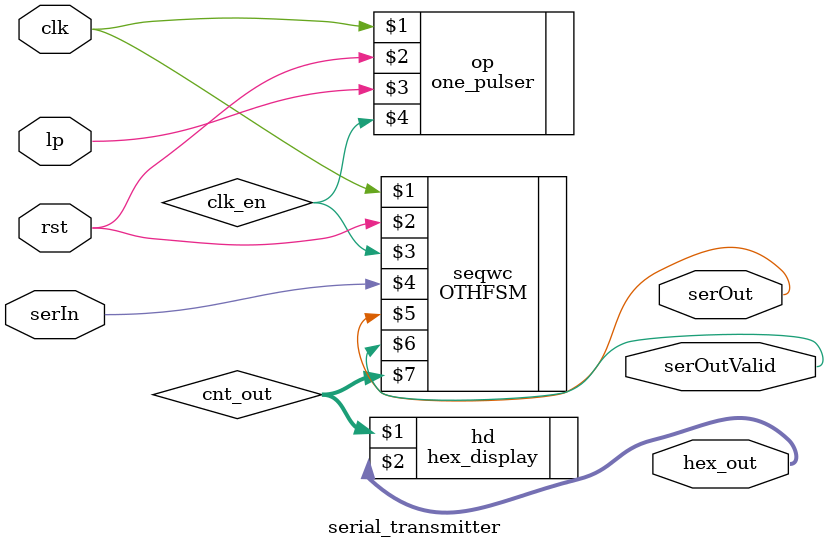
<source format=v>
module serial_transmitter(clk, rst, lp, serIn, 
                          serOut, serOutValid, hex_out);

    input clk, rst, lp, serIn;
    output serOut, serOutValid;
    output [6:0] hex_out;
    wire clk_en;

    wire [3:0] cnt_out; 

    one_pulser op (
        clk, rst, lp, clk_en
    );
    OTHFSM seqwc (
        clk, rst, clk_en, serIn, 
        serOut, serOutValid, cnt_out
    );
    hex_display hd (
        cnt_out, hex_out
    );
endmodule



</source>
